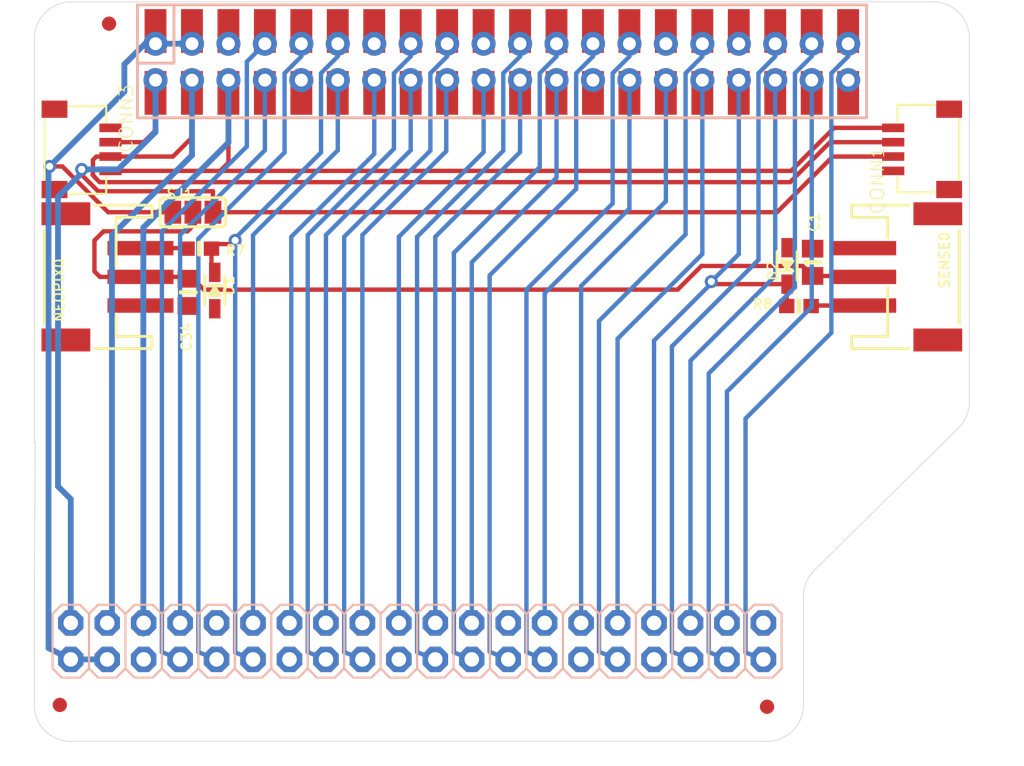
<source format=kicad_pcb>
(kicad_pcb (version 20221018) (generator pcbnew)
  (layers (0 "F.Cu" signal) (31 "B.Cu" signal) (34 "B.Paste" user) (35 "F.Paste" user) (36 "B.SilkS" user "B.Silkscreen") (37 "F.SilkS" user "F.Silkscreen") (38 "B.Mask" user) (39 "F.Mask" user) (44 "Edge.Cuts" user))
  (net 0 "")
  (net 1 "5.0V")
  (net 2 "GPIO4")
  (net 3 "GPIO17")
  (net 4 "GPIO27")
  (net 5 "GPIO22")
  (net 6 "SPI_MOSI")
  (net 7 "SPI_MISO")
  (net 8 "SPI_SCLK")
  (net 9 "GPIO5")
  (net 10 "GPIO6")
  (net 11 "GPIO13")
  (net 12 "GPIO26")
  (net 13 "GND")
  (net 14 "TXD")
  (net 15 "RXD")
  (net 16 "GPIO24")
  (net 17 "GPIO25")
  (net 18 "SPI_CE0")
  (net 19 "SPI_CE1")
  (net 20 "EECLK")
  (net 21 "GPIO16")
  (net 22 "GPIO20")
  (net 23 "GPIO23")
  (net 24 "EEDATA")
  (net 25 "GPIO12")
  (net 26 "GPIO19")
  (net 27 "GPIO21")
  (net 28 "GPIO18")
  (net 29 "3.3V@1")
  (net 30 "3.3V")
  (net 31 "SDA")
  (net 32 "SCL")
  (net 33 "VCC")
  (net 34 "18S")
  (net 35 "13S")
  (net 36 "N$1")
  (footprint "working:FIDUCIAL_1MM" (layer "F.Cu") (at 121.1326 80.746959)
    (fp_text reference "FID3" hide)
    (fp_text value "FIDUCIAL_1MM" hide)
  )
  (footprint "working:JST_SH4" (layer "F.Cu") (at 118.7196 89.509959 -90)
    (fp_text reference "CONN3")
    (fp_text value "STEMMA_I2C_QT" hide)
  )
  (footprint "working:0603-NO" (layer "F.Cu") (at 127.4191 96.431459)
    (fp_text reference "R7")
    (fp_text value "1K")
  )
  (footprint "working:0805-NO" (layer "F.Cu") (at 170.1546 97.383959 90)
    (fp_text reference "C1")
    (fp_text value "10uF")
  )
  (footprint "working:0805-NO" (layer "F.Cu") (at 126.6571 99.479459 -90)
    (fp_text reference "C34")
    (fp_text value "10uF")
  )
  (footprint "" (layer "F.Cu") (at 119.4816 83.477459)
    (fp_text reference "@HOLE0" hide)
    (fp_text value "")
  )
  (footprint "" (layer "F.Cu") (at 177.4571 106.464459)
    (fp_text reference "@HOLE2" hide)
    (fp_text value "")
  )
  (footprint "" (layer "F.Cu") (at 177.4571 83.413959)
    (fp_text reference "@HOLE1" hide)
    (fp_text value "")
  )
  (footprint "working:JSTPH3" (layer "F.Cu") (at 120.6246 98.399959 90)
    (fp_text reference "NEOPIX0")
    (fp_text value "JST PH 3")
  )
  (footprint "working:FIDUCIAL_1MM" (layer "F.Cu") (at 166.9796 128.371959)
    (fp_text reference "FID2" hide)
    (fp_text value "FIDUCIAL_1MM" hide)
  )
  (footprint "working:FIDUCIAL_1MM" (layer "F.Cu") (at 117.7036 128.244959)
    (fp_text reference "FID1" hide)
    (fp_text value "FIDUCIAL_1MM" hide)
  )
  (footprint "working:CYBERDECK_BONNET_TOP" (layer "F.Cu") (at 115.9256 130.784959)
    (fp_text reference "U$2" hide)
    (fp_text value "" hide)
  )
  (footprint "working:RASPI_2X20_THMSMT_TOP" (layer "F.Cu") (at 148.5011 83.413959)
    (fp_text reference "RPI2" hide)
    (fp_text value "RASPBERRYPI_BPLUS_2X20_THMSMT_TOP" hide)
  )
  (footprint "working:JSTPH3" (layer "F.Cu") (at 176.3776 98.399959 -90)
    (fp_text reference "SENSE0")
    (fp_text value "JST PH 3")
  )
  (footprint "working:JST_SH4" (layer "F.Cu") (at 178.2826 89.509959 90)
    (fp_text reference "CONN1")
    (fp_text value "STEMMA_I2C_QT" hide)
  )
  (footprint "working:SOD-323" (layer "F.Cu") (at 168.3766 97.637959 90)
    (fp_text reference "D2")
    (fp_text value "3.6V")
  )
  (footprint "working:0603-NO" (layer "F.Cu") (at 169.2021 100.431959 180)
    (fp_text reference "R8")
    (fp_text value "1K")
  )
  (footprint "working:SOLDERJUMPER_2WAY_OPEN_NOPASTE" (layer "F.Cu") (at 126.9746 93.891459)
    (fp_text reference "SJ1")
    (fp_text value "")
  )
  (footprint "working:SOD-323" (layer "F.Cu") (at 128.4986 99.352459 -90)
    (fp_text reference "D1")
    (fp_text value "3.6V")
  )
  (footprint "" (layer "F.Cu") (at 119.4816 106.464459)
    (fp_text reference "@HOLE3" hide)
    (fp_text value "")
  )
  (footprint "working:2X20" (layer "B.Cu") (at 142.5956 123.799959)
    (fp_text reference "RPI1" hide)
    (fp_text value "RASPBERRYPI_BPLUS_IDC" hide)
  )
  (footprint "working:CYBERDECK_BONNET_BOT" (layer "B.Cu") (at 180.9496 130.784959 180)
    (fp_text reference "U$1" hide)
    (fp_text value "" hide)
  )
  (gr_line (start 169.5196 120.669291) (end 169.5196 128.244959) (stroke (width 0.05)) (layer "Edge.Cuts"))
  (gr_line (start 118.587368 79.222959) (end 178.5366 79.222959) (stroke (width 0.05)) (layer "Edge.Cuts"))
  (gr_arc (start 181.0766 107.118628) (mid 180.880559 108.097123) (end 180.3227 108.924575) (stroke (width 0.05)) (layer "Edge.Cuts"))
  (gr_line (start 115.9256 110.020459) (end 115.9256 81.757084) (stroke (width 0.05)) (layer "Edge.Cuts"))
  (gr_line (start 115.9256 120.624959) (end 115.9891 109.893459) (stroke (width 0.05)) (layer "Edge.Cuts"))
  (gr_arc (start 115.9256 81.757084) (mid 116.732415 79.939555) (end 118.587368 79.22296) (stroke (width 0.05)) (layer "Edge.Cuts"))
  (gr_line (start 166.9796 130.784959) (end 118.4656 130.784959) (stroke (width 0.05)) (layer "Edge.Cuts"))
  (gr_arc (start 118.4656 130.784959) (mid 116.669549 130.04101) (end 115.9256 128.244959) (stroke (width 0.05)) (layer "Edge.Cuts"))
  (gr_arc (start 169.5196 128.244959) (mid 168.775651 130.04101) (end 166.9796 130.784959) (stroke (width 0.05)) (layer "Edge.Cuts"))
  (gr_arc (start 178.5366 79.222959) (mid 180.332651 79.966908) (end 181.0766 81.762959) (stroke (width 0.05)) (layer "Edge.Cuts"))
  (gr_line (start 115.9256 128.244959) (end 115.9256 120.624959) (stroke (width 0.05)) (layer "Edge.Cuts"))
  (gr_arc (start 169.519599 120.66929) (mid 169.71564 119.690795) (end 170.2735 118.863344) (stroke (width 0.05)) (layer "Edge.Cuts"))
  (gr_line (start 180.3227 108.924575) (end 170.2735 118.863344) (stroke (width 0.05)) (layer "Edge.Cuts"))
  (gr_line (start 181.0766 81.762959) (end 181.0766 107.118628) (stroke (width 0.05)) (layer "Edge.Cuts"))
  (segment (start 116.98885 90.700209) (end 117.87785 90.700209) (width 0.3048) (layer "F.Cu") (net 1))
  (segment (start 124.3707 81.256559) (end 124.3711 81.256959) (width 0.3048) (layer "F.Cu") (net 1))
  (segment (start 124.3711 81.256959) (end 124.3711 82.143959) (width 0.3048) (layer "F.Cu") (net 1))
  (segment (start 126.9107 81.256559) (end 126.9111 81.256959) (width 0.3048) (layer "F.Cu") (net 1))
  (segment (start 126.9111 81.256959) (end 126.9111 82.143959) (width 0.3048) (layer "F.Cu") (net 1))
  (segment (start 121.0691 93.891459) (end 117.87785 90.700209) (width 0.3048) (layer "F.Cu") (net 1))
  (segment (start 125.5776 93.891459) (end 121.0691 93.891459) (width 0.3048) (layer "F.Cu") (net 1))
  (via (at 116.98885 90.700209) (size 0.9064) (drill 0.5) (layers "F.Cu" "B.Cu") (net 1))
  (segment (start 116.98885 90.700209) (end 116.9162 90.772859) (width 0.4064) (layer "B.Cu") (net 1))
  (segment (start 124.3711 82.143959) (end 126.9111 82.143959) (width 0.4064) (layer "B.Cu") (net 1))
  (segment (start 122.2001 83.583959) (end 123.6401 82.143959) (width 0.4064) (layer "B.Cu") (net 1))
  (segment (start 116.9162 124.282559) (end 118.4656 125.069959) (width 0.4064) (layer "B.Cu") (net 1))
  (segment (start 122.2001 85.488959) (end 116.98885 90.700209) (width 0.4064) (layer "B.Cu") (net 1))
  (segment (start 116.9162 90.772859) (end 116.9162 124.282559) (width 0.4064) (layer "B.Cu") (net 1))
  (segment (start 118.4656 125.069959) (end 121.0056 125.069959) (width 0.4064) (layer "B.Cu") (net 1))
  (segment (start 122.2001 85.488959) (end 122.2001 83.583959) (width 0.4064) (layer "B.Cu") (net 1))
  (segment (start 123.6401 82.143959) (end 124.3711 82.143959) (width 0.4064) (layer "B.Cu") (net 1))
  (segment (start 131.9907 85.574559) (end 131.9907 84.684359) (width 0.4064) (layer "F.Cu") (net 2))
  (segment (start 131.9907 84.684359) (end 131.9911 84.683959) (width 0.4064) (layer "F.Cu") (net 2))
  (segment (start 126.0856 122.529959) (end 126.0856 95.478959) (width 0.3048) (layer "B.Cu") (net 2))
  (segment (start 126.0856 95.478959) (end 131.9911 89.573459) (width 0.3048) (layer "B.Cu") (net 2))
  (segment (start 131.9911 89.573459) (end 131.9911 84.683959) (width 0.3048) (layer "B.Cu") (net 2))
  (segment (start 137.0707 85.574559) (end 137.0711 85.574159) (width 0.4064) (layer "F.Cu") (net 3))
  (segment (start 137.0711 85.574159) (end 137.0711 84.683959) (width 0.4064) (layer "F.Cu") (net 3))
  (segment (start 131.1656 122.529959) (end 131.1656 95.478959) (width 0.3048) (layer "B.Cu") (net 3))
  (segment (start 137.0711 89.573459) (end 137.0711 84.683959) (width 0.3048) (layer "B.Cu") (net 3))
  (segment (start 131.1656 95.478959) (end 137.0711 89.573459) (width 0.3048) (layer "B.Cu") (net 3))
  (segment (start 139.6107 85.574559) (end 139.6111 85.574159) (width 0.4064) (layer "F.Cu") (net 4))
  (segment (start 139.6111 85.574159) (end 139.6111 84.683959) (width 0.4064) (layer "F.Cu") (net 4))
  (segment (start 133.7056 122.529959) (end 133.8326 123.164959) (width 0.3048) (layer "B.Cu") (net 4))
  (segment (start 139.6111 89.827459) (end 139.6111 84.683959) (width 0.3048) (layer "B.Cu") (net 4))
  (segment (start 133.8326 95.605959) (end 139.6111 89.827459) (width 0.3048) (layer "B.Cu") (net 4))
  (segment (start 133.8326 123.164959) (end 133.8326 95.605959) (width 0.3048) (layer "B.Cu") (net 4))
  (segment (start 142.1511 85.574159) (end 142.1511 84.683959) (width 0.4064) (layer "F.Cu") (net 5))
  (segment (start 142.1507 85.574559) (end 142.1511 85.574159) (width 0.4064) (layer "F.Cu") (net 5))
  (segment (start 136.2456 95.478959) (end 142.1511 89.573459) (width 0.3048) (layer "B.Cu") (net 5))
  (segment (start 136.2456 122.529959) (end 136.2456 95.478959) (width 0.3048) (layer "B.Cu") (net 5))
  (segment (start 142.1511 89.573459) (end 142.1511 84.683959) (width 0.3048) (layer "B.Cu") (net 5))
  (segment (start 147.2311 85.574159) (end 147.2311 84.683959) (width 0.4064) (layer "F.Cu") (net 6))
  (segment (start 147.2307 85.574559) (end 147.2311 85.574159) (width 0.4064) (layer "F.Cu") (net 6))
  (segment (start 141.3256 95.605959) (end 147.2311 89.700459) (width 0.3048) (layer "B.Cu") (net 6))
  (segment (start 147.2311 89.700459) (end 147.2311 84.683959) (width 0.3048) (layer "B.Cu") (net 6))
  (segment (start 141.3256 122.529959) (end 141.3256 95.605959) (width 0.3048) (layer "B.Cu") (net 6))
  (segment (start 149.7707 85.574559) (end 149.7711 85.574159) (width 0.4064) (layer "F.Cu") (net 7))
  (segment (start 149.7711 85.574159) (end 149.7711 84.683959) (width 0.4064) (layer "F.Cu") (net 7))
  (segment (start 143.8656 95.605959) (end 149.7711 89.700459) (width 0.3048) (layer "B.Cu") (net 7))
  (segment (start 143.8656 122.529959) (end 143.8656 95.605959) (width 0.3048) (layer "B.Cu") (net 7))
  (segment (start 149.7711 89.700459) (end 149.7711 84.683959) (width 0.3048) (layer "B.Cu") (net 7))
  (segment (start 152.3111 85.574159) (end 152.3111 84.683959) (width 0.4064) (layer "F.Cu") (net 8))
  (segment (start 152.3107 85.574559) (end 152.3111 85.574159) (width 0.4064) (layer "F.Cu") (net 8))
  (segment (start 146.4056 97.383959) (end 152.3111 91.478459) (width 0.3048) (layer "B.Cu") (net 8))
  (segment (start 152.3111 91.478459) (end 152.3111 84.683959) (width 0.3048) (layer "B.Cu") (net 8))
  (segment (start 146.4056 122.529959) (end 146.4056 97.383959) (width 0.3048) (layer "B.Cu") (net 8))
  (segment (start 159.9307 85.574559) (end 159.9311 85.574159) (width 0.4064) (layer "F.Cu") (net 9))
  (segment (start 159.9311 85.574159) (end 159.9311 84.683959) (width 0.4064) (layer "F.Cu") (net 9))
  (segment (start 154.0256 122.529959) (end 154.0256 99.034959) (width 0.3048) (layer "B.Cu") (net 9))
  (segment (start 154.0256 99.034959) (end 159.9311 93.129459) (width 0.3048) (layer "B.Cu") (net 9))
  (segment (start 159.9311 93.129459) (end 159.9311 84.683959) (width 0.3048) (layer "B.Cu") (net 9))
  (segment (start 162.4711 85.574159) (end 162.4711 84.683959) (width 0.4064) (layer "F.Cu") (net 10))
  (segment (start 162.4707 85.574559) (end 162.4711 85.574159) (width 0.4064) (layer "F.Cu") (net 10))
  (segment (start 156.5656 122.529959) (end 156.5656 102.717959) (width 0.3048) (layer "B.Cu") (net 10))
  (segment (start 156.5656 102.717959) (end 162.4711 96.812459) (width 0.3048) (layer "B.Cu") (net 10))
  (segment (start 162.4711 96.812459) (end 162.4711 84.683959) (width 0.3048) (layer "B.Cu") (net 10))
  (segment (start 168.3521 98.907959) (end 168.3766 98.907959) (width 0.3048) (layer "F.Cu") (net 11))
  (segment (start 165.0111 85.574159) (end 165.0111 84.683959) (width 0.4064) (layer "F.Cu") (net 11))
  (segment (start 165.0107 85.574559) (end 165.0111 85.574159) (width 0.4064) (layer "F.Cu") (net 11))
  (segment (start 163.0941 98.907959) (end 163.0941 98.729459) (width 0.3048) (layer "F.Cu") (net 11))
  (segment (start 168.3766 98.907959) (end 163.0941 98.907959) (width 0.3048) (layer "F.Cu") (net 11))
  (segment (start 168.3521 100.431959) (end 168.3521 98.907959) (width 0.3048) (layer "F.Cu") (net 11))
  (via (at 163.0941 98.729459) (size 0.9064) (drill 0.5) (layers "F.Cu" "B.Cu") (net 11))
  (segment (start 165.0111 84.683959) (end 165.0111 96.812459) (width 0.3048) (layer "B.Cu") (net 11))
  (segment (start 165.0111 96.812459) (end 163.0941 98.729459) (width 0.3048) (layer "B.Cu") (net 11))
  (segment (start 159.1056 122.529959) (end 159.1056 102.844959) (width 0.3048) (layer "B.Cu") (net 11))
  (segment (start 163.0941 98.856459) (end 163.0941 98.729459) (width 0.3048) (layer "B.Cu") (net 11))
  (segment (start 163.0941 98.856459) (end 159.1056 102.844959) (width 0.3048) (layer "B.Cu") (net 11))
  (segment (start 170.0907 85.574559) (end 170.0911 85.574159) (width 0.3048) (layer "F.Cu") (net 12))
  (segment (start 170.0911 85.574159) (end 170.0911 84.683959) (width 0.3048) (layer "F.Cu") (net 12))
  (segment (start 164.1856 122.529959) (end 164.1856 106.400959) (width 0.3048) (layer "B.Cu") (net 12))
  (segment (start 164.1856 106.400959) (end 170.0911 100.495459) (width 0.3048) (layer "B.Cu") (net 12))
  (segment (start 170.0911 100.495459) (end 170.0911 84.683959) (width 0.3048) (layer "B.Cu") (net 12))
  (segment (start 131.9907 81.256559) (end 131.9911 81.256959) (width 0.4064) (layer "F.Cu") (net 14))
  (segment (start 131.9911 81.256959) (end 131.9911 82.143959) (width 0.4064) (layer "F.Cu") (net 14))
  (segment (start 124.8156 124.561959) (end 124.8156 95.224959) (width 0.3048) (layer "B.Cu") (net 14))
  (segment (start 126.0856 125.069959) (end 124.8156 124.561959) (width 0.3048) (layer "B.Cu") (net 14))
  (segment (start 130.7345 89.306059) (end 130.7345 83.400559) (width 0.3048) (layer "B.Cu") (net 14))
  (segment (start 130.7345 83.400559) (end 131.9911 82.143959) (width 0.3048) (layer "B.Cu") (net 14))
  (segment (start 124.8156 95.224959) (end 130.7345 89.306059) (width 0.3048) (layer "B.Cu") (net 14))
  (segment (start 134.5311 81.256959) (end 134.5311 82.143959) (width 0.4064) (layer "F.Cu") (net 15))
  (segment (start 134.5307 81.256559) (end 134.5311 81.256959) (width 0.4064) (layer "F.Cu") (net 15))
  (segment (start 134.5311 83.031591) (end 134.5311 82.143959) (width 0.3048) (layer "B.Cu") (net 15))
  (segment (start 133.3627 89.725859) (end 133.3627 84.199991) (width 0.3048) (layer "B.Cu") (net 15))
  (segment (start 127.3556 95.732959) (end 133.3627 89.725859) (width 0.3048) (layer "B.Cu") (net 15))
  (segment (start 133.3627 84.199991) (end 134.5311 83.031591) (width 0.3048) (layer "B.Cu") (net 15))
  (segment (start 127.3556 124.561959) (end 127.3556 95.732959) (width 0.3048) (layer "B.Cu") (net 15))
  (segment (start 128.6256 125.069959) (end 127.3556 124.561959) (width 0.3048) (layer "B.Cu") (net 15))
  (segment (start 144.6907 81.256559) (end 144.6911 81.256959) (width 0.4064) (layer "F.Cu") (net 16))
  (segment (start 144.6911 81.256959) (end 144.6911 82.143959) (width 0.4064) (layer "F.Cu") (net 16))
  (segment (start 138.7856 125.069959) (end 137.5156 124.561959) (width 0.3048) (layer "B.Cu") (net 16))
  (segment (start 143.5227 89.598859) (end 143.5227 84.199991) (width 0.3048) (layer "B.Cu") (net 16))
  (segment (start 143.5227 84.199991) (end 144.6911 83.031591) (width 0.3048) (layer "B.Cu") (net 16))
  (segment (start 137.5156 95.605959) (end 143.5227 89.598859) (width 0.3048) (layer "B.Cu") (net 16))
  (segment (start 137.5156 124.561959) (end 137.5156 95.605959) (width 0.3048) (layer "B.Cu") (net 16))
  (segment (start 144.6911 83.031591) (end 144.6911 82.143959) (width 0.3048) (layer "B.Cu") (net 16))
  (segment (start 149.7707 81.256559) (end 149.7711 81.256959) (width 0.4064) (layer "F.Cu") (net 17))
  (segment (start 149.7711 81.256959) (end 149.7711 82.143959) (width 0.4064) (layer "F.Cu") (net 17))
  (segment (start 142.5956 95.605959) (end 148.6027 89.598859) (width 0.3048) (layer "B.Cu") (net 17))
  (segment (start 148.6027 89.598859) (end 148.6027 84.199991) (width 0.3048) (layer "B.Cu") (net 17))
  (segment (start 142.5956 124.561959) (end 143.8656 125.069959) (width 0.3048) (layer "B.Cu") (net 17))
  (segment (start 142.5956 124.561959) (end 142.5956 95.605959) (width 0.3048) (layer "B.Cu") (net 17))
  (segment (start 149.7711 83.031591) (end 149.7711 82.143959) (width 0.3048) (layer "B.Cu") (net 17))
  (segment (start 148.6027 84.199991) (end 149.7711 83.031591) (width 0.3048) (layer "B.Cu") (net 17))
  (segment (start 152.3111 81.256959) (end 152.3111 82.143959) (width 0.4064) (layer "F.Cu") (net 18))
  (segment (start 152.3107 81.256559) (end 152.3111 81.256959) (width 0.4064) (layer "F.Cu") (net 18))
  (segment (start 151.1427 84.199991) (end 152.3111 83.031591) (width 0.3048) (layer "B.Cu") (net 18))
  (segment (start 145.161 96.723559) (end 151.1427 90.741859) (width 0.3048) (layer "B.Cu") (net 18))
  (segment (start 152.3111 83.031591) (end 152.3111 82.143959) (width 0.3048) (layer "B.Cu") (net 18))
  (segment (start 145.161 124.587359) (end 145.161 96.723559) (width 0.3048) (layer "B.Cu") (net 18))
  (segment (start 145.161 124.587359) (end 146.4056 125.069959) (width 0.3048) (layer "B.Cu") (net 18))
  (segment (start 151.1427 90.741859) (end 151.1427 84.199991) (width 0.3048) (layer "B.Cu") (net 18))
  (segment (start 154.8507 81.256559) (end 154.8511 81.256959) (width 0.4064) (layer "F.Cu") (net 19))
  (segment (start 154.8511 81.256959) (end 154.8511 82.143959) (width 0.4064) (layer "F.Cu") (net 19))
  (segment (start 147.6502 124.536559) (end 148.9456 125.069959) (width 0.3048) (layer "B.Cu") (net 19))
  (segment (start 147.6502 124.536559) (end 147.6502 98.298359) (width 0.3048) (layer "B.Cu") (net 19))
  (segment (start 147.6502 98.298359) (end 153.6827 92.265859) (width 0.3048) (layer "B.Cu") (net 19))
  (segment (start 153.6827 84.199991) (end 154.8511 83.031591) (width 0.3048) (layer "B.Cu") (net 19))
  (segment (start 154.8511 83.031591) (end 154.8511 82.143959) (width 0.3048) (layer "B.Cu") (net 19))
  (segment (start 153.6827 92.265859) (end 153.6827 84.199991) (width 0.3048) (layer "B.Cu") (net 19))
  (segment (start 157.3907 81.256559) (end 157.3911 81.256959) (width 0.4064) (layer "F.Cu") (net 20))
  (segment (start 157.3911 81.256959) (end 157.3911 82.143959) (width 0.4064) (layer "F.Cu") (net 20))
  (segment (start 150.2156 99.288959) (end 156.2227 93.281859) (width 0.3048) (layer "B.Cu") (net 20))
  (segment (start 157.3911 83.031591) (end 157.3911 82.143959) (width 0.3048) (layer "B.Cu") (net 20))
  (segment (start 156.2227 93.281859) (end 156.2227 84.199991) (width 0.3048) (layer "B.Cu") (net 20))
  (segment (start 150.2156 124.561959) (end 150.2156 99.288959) (width 0.3048) (layer "B.Cu") (net 20))
  (segment (start 156.2227 84.199991) (end 157.3911 83.031591) (width 0.3048) (layer "B.Cu") (net 20))
  (segment (start 151.4856 125.069959) (end 150.2156 124.561959) (width 0.3048) (layer "B.Cu") (net 20))
  (segment (start 167.5507 81.256559) (end 167.5507 82.143559) (width 0.4064) (layer "F.Cu") (net 21))
  (segment (start 167.5507 82.143559) (end 167.5511 82.143959) (width 0.4064) (layer "F.Cu") (net 21))
  (segment (start 160.3502 124.536559) (end 161.6456 125.069959) (width 0.3048) (layer "B.Cu") (net 21))
  (segment (start 167.5511 83.031591) (end 167.5511 82.143959) (width 0.3048) (layer "B.Cu") (net 21))
  (segment (start 160.3502 103.251359) (end 166.3827 97.218859) (width 0.3048) (layer "B.Cu") (net 21))
  (segment (start 160.3502 124.536559) (end 160.3502 103.251359) (width 0.3048) (layer "B.Cu") (net 21))
  (segment (start 166.3827 97.218859) (end 166.3827 84.199991) (width 0.3048) (layer "B.Cu") (net 21))
  (segment (start 166.3827 84.199991) (end 167.5511 83.031591) (width 0.3048) (layer "B.Cu") (net 21))
  (segment (start 170.0907 82.143559) (end 170.0911 82.143959) (width 0.4064) (layer "F.Cu") (net 22))
  (segment (start 170.0907 81.256559) (end 170.0907 82.143559) (width 0.4064) (layer "F.Cu") (net 22))
  (segment (start 162.9156 124.561959) (end 162.9156 105.130959) (width 0.3048) (layer "B.Cu") (net 22))
  (segment (start 164.1856 125.069959) (end 162.9156 124.561959) (width 0.3048) (layer "B.Cu") (net 22))
  (segment (start 168.9227 99.123859) (end 168.9227 84.199991) (width 0.3048) (layer "B.Cu") (net 22))
  (segment (start 162.9156 105.130959) (end 168.9227 99.123859) (width 0.3048) (layer "B.Cu") (net 22))
  (segment (start 168.9227 84.199991) (end 170.0911 83.031591) (width 0.3048) (layer "B.Cu") (net 22))
  (segment (start 170.0911 83.031591) (end 170.0911 82.143959) (width 0.3048) (layer "B.Cu") (net 22))
  (segment (start 142.1511 81.256959) (end 142.1511 82.143959) (width 0.4064) (layer "F.Cu") (net 23))
  (segment (start 142.1507 81.256559) (end 142.1511 81.256959) (width 0.4064) (layer "F.Cu") (net 23))
  (segment (start 134.9756 124.561959) (end 134.9756 95.478959) (width 0.3048) (layer "B.Cu") (net 23))
  (segment (start 136.2456 125.069959) (end 134.9756 124.561959) (width 0.3048) (layer "B.Cu") (net 23))
  (segment (start 140.9827 84.199991) (end 142.1511 83.031591) (width 0.3048) (layer "B.Cu") (net 23))
  (segment (start 134.9756 95.478959) (end 140.9827 89.471859) (width 0.3048) (layer "B.Cu") (net 23))
  (segment (start 140.9827 89.471859) (end 140.9827 84.199991) (width 0.3048) (layer "B.Cu") (net 23))
  (segment (start 142.1511 83.031591) (end 142.1511 82.143959) (width 0.3048) (layer "B.Cu") (net 23))
  (segment (start 157.3911 85.574159) (end 157.3911 84.683959) (width 0.4064) (layer "F.Cu") (net 24))
  (segment (start 157.3907 85.574559) (end 157.3911 85.574159) (width 0.4064) (layer "F.Cu") (net 24))
  (segment (start 151.4856 122.529959) (end 151.4856 99.542959) (width 0.3048) (layer "B.Cu") (net 24))
  (segment (start 157.3911 93.637459) (end 157.3911 84.683959) (width 0.3048) (layer "B.Cu") (net 24))
  (segment (start 151.4856 99.542959) (end 157.3911 93.637459) (width 0.3048) (layer "B.Cu") (net 24))
  (segment (start 162.4707 81.256559) (end 162.4711 81.256959) (width 0.4064) (layer "F.Cu") (net 25))
  (segment (start 162.4711 81.256959) (end 162.4711 82.143959) (width 0.4064) (layer "F.Cu") (net 25))
  (segment (start 161.3027 84.199991) (end 162.4711 83.031591) (width 0.3048) (layer "B.Cu") (net 25))
  (segment (start 155.2702 124.536559) (end 155.2702 101.473359) (width 0.3048) (layer "B.Cu") (net 25))
  (segment (start 155.2702 101.473359) (end 161.3027 95.440859) (width 0.3048) (layer "B.Cu") (net 25))
  (segment (start 155.2702 124.536559) (end 156.5656 125.069959) (width 0.3048) (layer "B.Cu") (net 25))
  (segment (start 162.4711 83.031591) (end 162.4711 82.143959) (width 0.3048) (layer "B.Cu") (net 25))
  (segment (start 161.3027 95.440859) (end 161.3027 84.199991) (width 0.3048) (layer "B.Cu") (net 25))
  (segment (start 167.5511 85.574159) (end 167.5511 84.683959) (width 0.3048) (layer "F.Cu") (net 26))
  (segment (start 167.5507 85.574559) (end 167.5511 85.574159) (width 0.3048) (layer "F.Cu") (net 26))
  (segment (start 161.6456 122.529959) (end 161.6456 104.241959) (width 0.3048) (layer "B.Cu") (net 26))
  (segment (start 161.6456 104.241959) (end 167.5511 98.336459) (width 0.3048) (layer "B.Cu") (net 26))
  (segment (start 167.5511 98.336459) (end 167.5511 84.683959) (width 0.3048) (layer "B.Cu") (net 26))
  (segment (start 172.6307 82.143559) (end 172.6311 82.143959) (width 0.4064) (layer "F.Cu") (net 27))
  (segment (start 172.6307 81.256559) (end 172.6307 82.143559) (width 0.4064) (layer "F.Cu") (net 27))
  (segment (start 165.481 108.280559) (end 171.4627 102.298859) (width 0.3048) (layer "B.Cu") (net 27))
  (segment (start 165.481 124.587359) (end 165.481 108.280559) (width 0.3048) (layer "B.Cu") (net 27))
  (segment (start 165.481 124.587359) (end 166.7256 125.069959) (width 0.3048) (layer "B.Cu") (net 27))
  (segment (start 171.4627 84.199991) (end 172.6311 83.031591) (width 0.3048) (layer "B.Cu") (net 27))
  (segment (start 172.6311 83.031591) (end 172.6311 82.143959) (width 0.3048) (layer "B.Cu") (net 27))
  (segment (start 171.4627 102.298859) (end 171.4627 84.199991) (width 0.3048) (layer "B.Cu") (net 27))
  (segment (start 128.2691 97.852959) (end 128.2691 96.431459) (width 0.3048) (layer "F.Cu") (net 28))
  (segment (start 129.667 96.113959) (end 129.921 95.859959) (width 0.3048) (layer "F.Cu") (net 28))
  (segment (start 128.2691 96.431459) (end 128.5866 96.113959) (width 0.3048) (layer "F.Cu") (net 28))
  (segment (start 137.0707 81.256559) (end 137.0711 81.256959) (width 0.4064) (layer "F.Cu") (net 28))
  (segment (start 137.0711 81.256959) (end 137.0711 82.143959) (width 0.4064) (layer "F.Cu") (net 28))
  (segment (start 128.4986 98.082459) (end 128.2691 97.852959) (width 0.3048) (layer "F.Cu") (net 28))
  (segment (start 129.667 96.113959) (end 128.5866 96.113959) (width 0.3048) (layer "F.Cu") (net 28))
  (via (at 129.921 95.859959) (size 0.9064) (drill 0.5) (layers "F.Cu" "B.Cu") (net 28))
  (segment (start 129.921 95.859959) (end 129.921 95.707559) (width 0.3048) (layer "B.Cu") (net 28))
  (segment (start 135.9027 89.725859) (end 135.9027 84.199991) (width 0.3048) (layer "B.Cu") (net 28))
  (segment (start 129.921 95.707559) (end 135.9027 89.725859) (width 0.3048) (layer "B.Cu") (net 28))
  (segment (start 129.921 124.587359) (end 131.1656 125.069959) (width 0.3048) (layer "B.Cu") (net 28))
  (segment (start 135.9027 84.199991) (end 137.0711 83.031591) (width 0.3048) (layer "B.Cu") (net 28))
  (segment (start 137.0711 83.031591) (end 137.0711 82.143959) (width 0.3048) (layer "B.Cu") (net 28))
  (segment (start 129.921 95.859959) (end 129.921 124.587359) (width 0.3048) (layer "B.Cu") (net 28))
  (segment (start 144.6911 85.574159) (end 144.6911 84.683959) (width 0.4064) (layer "F.Cu") (net 29))
  (segment (start 144.6907 85.574559) (end 144.6911 85.574159) (width 0.4064) (layer "F.Cu") (net 29))
  (segment (start 144.6276 89.636959) (end 144.6276 84.747459) (width 0.3048) (layer "B.Cu") (net 29))
  (segment (start 138.7856 122.529959) (end 138.7856 95.478959) (width 0.3048) (layer "B.Cu") (net 29))
  (segment (start 138.7856 95.478959) (end 144.6276 89.636959) (width 0.3048) (layer "B.Cu") (net 29))
  (segment (start 144.6276 84.747459) (end 144.6911 84.683959) (width 0.3048) (layer "B.Cu") (net 29))
  (segment (start 124.3707 85.574559) (end 124.3707 84.684359) (width 0.4064) (layer "F.Cu") (net 30))
  (segment (start 121.2336 89.009959) (end 123.5376 89.009959) (width 0.3048) (layer "F.Cu") (net 30))
  (segment (start 128.3716 93.891459) (end 128.3716 92.430959) (width 0.3048) (layer "F.Cu") (net 30))
  (segment (start 124.3591 88.188459) (end 124.3591 85.674559) (width 0.3048) (layer "F.Cu") (net 30))
  (segment (start 124.493796 85.674559) (end 124.3707 85.574559) (width 0.1524) (layer "F.Cu") (net 30))
  (segment (start 128.3716 92.430959) (end 120.369862 92.430959) (width 0.3048) (layer "F.Cu") (net 30))
  (segment (start 123.5376 89.009959) (end 124.3591 88.188459) (width 0.3048) (layer "F.Cu") (net 30))
  (segment (start 124.3707 84.684359) (end 124.3711 84.683959) (width 0.4064) (layer "F.Cu") (net 30))
  (segment (start 119.2276 90.906959) (end 119.2276 91.288697) (width 0.3048) (layer "F.Cu") (net 30))
  (segment (start 175.7686 90.009959) (end 171.5596 90.009959) (width 0.3048) (layer "F.Cu") (net 30))
  (segment (start 171.5596 90.009959) (end 167.6781 93.891459) (width 0.3048) (layer "F.Cu") (net 30))
  (segment (start 167.6781 93.891459) (end 128.3716 93.891459) (width 0.3048) (layer "F.Cu") (net 30))
  (segment (start 120.369862 92.430959) (end 119.2276 91.288697) (width 0.3048) (layer "F.Cu") (net 30))
  (segment (start 124.493796 85.674559) (end 124.3591 85.674559) (width 0.1524) (layer "F.Cu") (net 30))
  (via (at 119.2276 90.906959) (size 0.9064) (drill 0.5) (layers "F.Cu" "B.Cu") (net 30))
  (segment (start 117.5766 113.004959) (end 117.5766 92.811959) (width 0.4064) (layer "B.Cu") (net 30))
  (segment (start 119.2276 91.160959) (end 119.2276 90.906959) (width 0.4064) (layer "B.Cu") (net 30))
  (segment (start 121.7676 90.906959) (end 124.3711 88.303459) (width 0.4064) (layer "B.Cu") (net 30))
  (segment (start 124.3711 88.303459) (end 124.3711 84.683959) (width 0.4064) (layer "B.Cu") (net 30))
  (segment (start 119.2276 91.160959) (end 117.5766 92.811959) (width 0.4064) (layer "B.Cu") (net 30))
  (segment (start 118.4656 113.893959) (end 117.5766 113.004959) (width 0.4064) (layer "B.Cu") (net 30))
  (segment (start 118.4656 122.529959) (end 118.4656 113.893959) (width 0.4064) (layer "B.Cu") (net 30))
  (segment (start 119.2276 90.906959) (end 121.7676 90.906959) (width 0.4064) (layer "B.Cu") (net 30))
  (segment (start 120.1284 91.426759) (end 119.9896 91.287959) (width 0.3048) (layer "F.Cu") (net 31))
  (segment (start 120.2516 90.009959) (end 121.2336 90.009959) (width 0.3048) (layer "F.Cu") (net 31))
  (segment (start 121.2336 90.009959) (end 125.5856 90.009959) (width 0.3048) (layer "F.Cu") (net 31))
  (segment (start 120.011 90.250559) (end 120.2516 90.009959) (width 0.3048) (layer "F.Cu") (net 31))
  (segment (start 120.1284 91.446734) (end 120.1284 91.426759) (width 0.3048) (layer "F.Cu") (net 31))
  (segment (start 125.5856 90.009959) (end 126.9111 88.684459) (width 0.3048) (layer "F.Cu") (net 31))
  (segment (start 119.9896 91.287959) (end 119.9896 91.252859) (width 0.3048) (layer "F.Cu") (net 31))
  (segment (start 175.7686 89.009959) (end 171.373025 89.009959) (width 0.3048) (layer "F.Cu") (net 31))
  (segment (start 120.477625 91.795959) (end 120.1284 91.446734) (width 0.3048) (layer "F.Cu") (net 31))
  (segment (start 126.9107 85.574559) (end 126.9111 85.574159) (width 0.4064) (layer "F.Cu") (net 31))
  (segment (start 120.011 91.231459) (end 120.011 90.250559) (width 0.3048) (layer "F.Cu") (net 31))
  (segment (start 171.373025 89.009959) (end 168.587025 91.795959) (width 0.3048) (layer "F.Cu") (net 31))
  (segment (start 126.9111 88.684459) (end 126.9111 84.683959) (width 0.3048) (layer "F.Cu") (net 31))
  (segment (start 126.9111 85.574159) (end 126.9111 84.683959) (width 0.4064) (layer "F.Cu") (net 31))
  (segment (start 119.9896 91.252859) (end 120.011 91.231459) (width 0.3048) (layer "F.Cu") (net 31))
  (segment (start 168.587025 91.795959) (end 120.477625 91.795959) (width 0.3048) (layer "F.Cu") (net 31))
  (segment (start 121.3358 95.497259) (end 126.9111 89.921959) (width 0.4064) (layer "B.Cu") (net 31))
  (segment (start 121.3358 122.961759) (end 121.0056 122.529959) (width 0.4064) (layer "B.Cu") (net 31))
  (segment (start 121.3358 122.961759) (end 121.3358 95.497259) (width 0.4064) (layer "B.Cu") (net 31))
  (segment (start 126.9111 89.921959) (end 126.9111 84.683959) (width 0.4064) (layer "B.Cu") (net 31))
  (segment (start 129.4511 85.574159) (end 129.4511 84.683959) (width 0.4064) (layer "F.Cu") (net 32))
  (segment (start 168.6546 91.009959) (end 171.6546 88.009959) (width 0.3048) (layer "F.Cu") (net 32))
  (segment (start 171.6546 88.009959) (end 175.7686 88.009959) (width 0.3048) (layer "F.Cu") (net 32))
  (segment (start 128.8796 91.009959) (end 168.6546 91.009959) (width 0.3048) (layer "F.Cu") (net 32))
  (segment (start 129.4507 85.574559) (end 129.4511 85.574159) (width 0.4064) (layer "F.Cu") (net 32))
  (segment (start 121.2336 91.009959) (end 128.8796 91.009959) (width 0.3048) (layer "F.Cu") (net 32))
  (segment (start 129.4511 90.438459) (end 129.4511 84.683959) (width 0.3048) (layer "F.Cu") (net 32))
  (segment (start 128.8796 91.009959) (end 129.4511 90.438459) (width 0.3048) (layer "F.Cu") (net 32))
  (segment (start 123.5202 123.266559) (end 123.5202 94.963859) (width 0.4064) (layer "B.Cu") (net 32))
  (segment (start 129.4511 89.032959) (end 129.4511 84.683959) (width 0.4064) (layer "B.Cu") (net 32))
  (segment (start 123.5456 122.529959) (end 123.5202 123.266559) (width 0.4064) (layer "B.Cu") (net 32))
  (segment (start 123.5202 94.963859) (end 129.4511 89.032959) (width 0.4064) (layer "B.Cu") (net 32))
  (segment (start 126.5936 95.224959) (end 127.1016 94.716959) (width 0.3048) (layer "F.Cu") (net 33))
  (segment (start 170.1546 98.333959) (end 173.6776 98.333959) (width 0.3048) (layer "F.Cu") (net 33))
  (segment (start 127.7366 99.288959) (end 160.7566 99.288959) (width 0.3048) (layer "F.Cu") (net 33))
  (segment (start 120.4976 98.399959) (end 120.1166 98.018959) (width 0.3048) (layer "F.Cu") (net 33))
  (segment (start 126.9771 98.529459) (end 127.7366 99.288959) (width 0.3048) (layer "F.Cu") (net 33))
  (segment (start 123.3246 98.399959) (end 120.4976 98.399959) (width 0.3048) (layer "F.Cu") (net 33))
  (segment (start 123.3246 98.399959) (end 126.5276 98.399959) (width 0.3048) (layer "F.Cu") (net 33))
  (segment (start 169.4586 97.637959) (end 170.1546 98.333959) (width 0.3048) (layer "F.Cu") (net 33))
  (segment (start 173.6776 98.333959) (end 173.6776 98.399959) (width 0.3048) (layer "F.Cu") (net 33))
  (segment (start 126.6571 98.529459) (end 126.9771 98.529459) (width 0.3048) (layer "F.Cu") (net 33))
  (segment (start 162.4076 97.637959) (end 169.4586 97.637959) (width 0.3048) (layer "F.Cu") (net 33))
  (segment (start 160.7566 99.288959) (end 162.4076 97.637959) (width 0.3048) (layer "F.Cu") (net 33))
  (segment (start 126.5276 98.399959) (end 126.6571 98.529459) (width 0.3048) (layer "F.Cu") (net 33))
  (segment (start 120.7516 95.224959) (end 126.5936 95.224959) (width 0.3048) (layer "F.Cu") (net 33))
  (segment (start 120.1166 95.859959) (end 120.7516 95.224959) (width 0.3048) (layer "F.Cu") (net 33))
  (segment (start 120.1166 98.018959) (end 120.1166 95.859959) (width 0.3048) (layer "F.Cu") (net 33))
  (segment (start 127.1016 94.716959) (end 127.1016 94.018459) (width 0.3048) (layer "F.Cu") (net 33))
  (segment (start 127.1016 94.018459) (end 126.9746 93.891459) (width 0.3048) (layer "F.Cu") (net 33))
  (segment (start 126.5376 96.399959) (end 126.5691 96.431459) (width 0.3048) (layer "F.Cu") (net 34))
  (segment (start 123.3246 96.399959) (end 126.5376 96.399959) (width 0.3048) (layer "F.Cu") (net 34))
  (segment (start 170.0521 100.399959) (end 170.0521 100.431959) (width 0.3048) (layer "F.Cu") (net 35))
  (segment (start 173.6776 100.399959) (end 170.0521 100.399959) (width 0.3048) (layer "F.Cu") (net 35))
  (segment (start 125.9586 93.954959) (end 126.4666 93.954959) (width 0.2032) (layer "F.Cu") (net 36))
)
</source>
